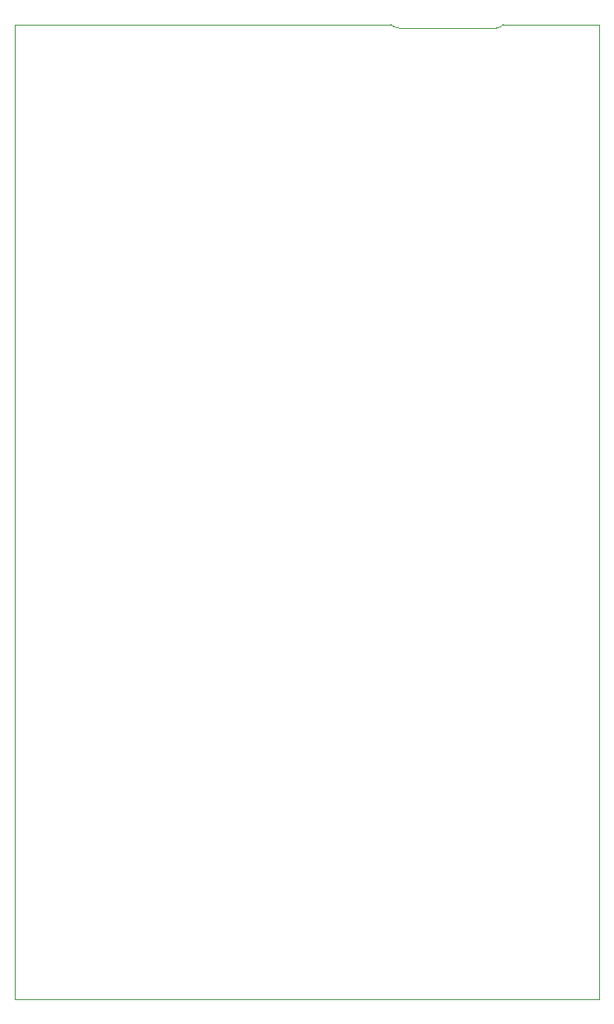
<source format=gm1>
G04 Layer_Color=16711935*
%FSLAX43Y43*%
%MOMM*%
G71*
G01*
G75*
%ADD114C,0.100*%
D114*
X-21375Y-1D02*
G03*
X-20600Y-350I776J686D01*
G01*
X-10600Y-350D02*
G03*
X-9825Y-1I0J1036D01*
G01*
X-19350Y-350D02*
X-11850D01*
X-60000Y0D02*
X-21375D01*
X-20600Y-350D02*
X-10600D01*
X-19100Y-353D02*
X-12082D01*
X-60000Y-100000D02*
Y0D01*
X0Y-100000D02*
Y0D01*
X-60000Y-100000D02*
X0D01*
X-9825Y0D02*
X0D01*
M02*

</source>
